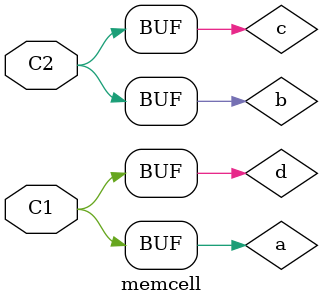
<source format=v>
module bitcell6T(input D_in, input En, output D_out_bar);
wire C1, C2;
assign C1 = (En) ? D_in : 1'bz;
assign D_out_bar = (En) ? C2 : 1'bz;
memcell U0(.C1(C1), .C2(C2));
endmodule

module memcell(inout C1, inout C2);
wire a, b, c, d;

assign b = ~a;
assign c = b;
assign d = ~c;
assign a = d;

assign a = C1;
assign C2 = b;
endmodule
</source>
